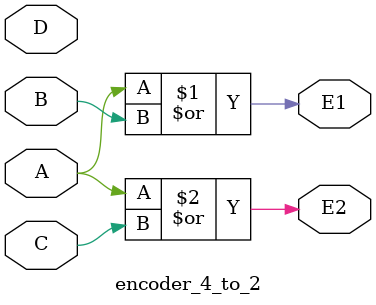
<source format=v>
`timescale 1ns / 1ps

module encoder_4_to_2(input A, B, C, D, output E1, E2);    
    assign E1 = A|B;
    assign E2 = A|C;
endmodule


</source>
